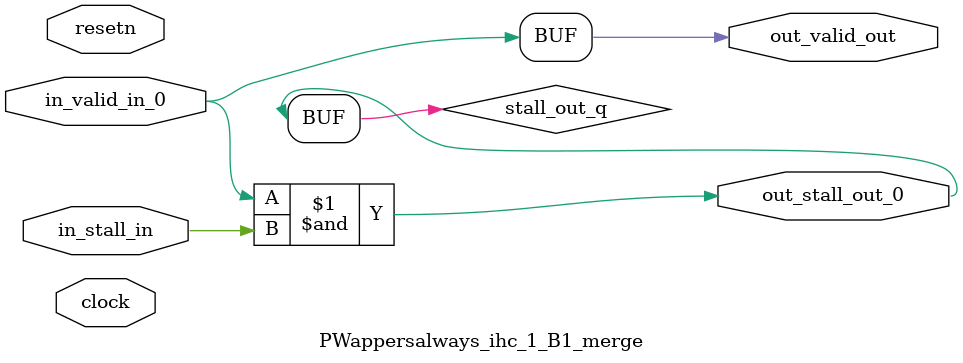
<source format=sv>



(* altera_attribute = "-name AUTO_SHIFT_REGISTER_RECOGNITION OFF; -name MESSAGE_DISABLE 10036; -name MESSAGE_DISABLE 10037; -name MESSAGE_DISABLE 14130; -name MESSAGE_DISABLE 14320; -name MESSAGE_DISABLE 15400; -name MESSAGE_DISABLE 14130; -name MESSAGE_DISABLE 10036; -name MESSAGE_DISABLE 12020; -name MESSAGE_DISABLE 12030; -name MESSAGE_DISABLE 12010; -name MESSAGE_DISABLE 12110; -name MESSAGE_DISABLE 14320; -name MESSAGE_DISABLE 13410; -name MESSAGE_DISABLE 113007; -name MESSAGE_DISABLE 10958" *)
module PWappersalways_ihc_1_B1_merge (
    input wire [0:0] in_stall_in,
    input wire [0:0] in_valid_in_0,
    output wire [0:0] out_stall_out_0,
    output wire [0:0] out_valid_out,
    input wire clock,
    input wire resetn
    );

    wire [0:0] stall_out_q;


    // stall_out(LOGICAL,6)
    assign stall_out_q = in_valid_in_0 & in_stall_in;

    // out_stall_out_0(GPOUT,4)
    assign out_stall_out_0 = stall_out_q;

    // out_valid_out(GPOUT,5)
    assign out_valid_out = in_valid_in_0;

endmodule

</source>
